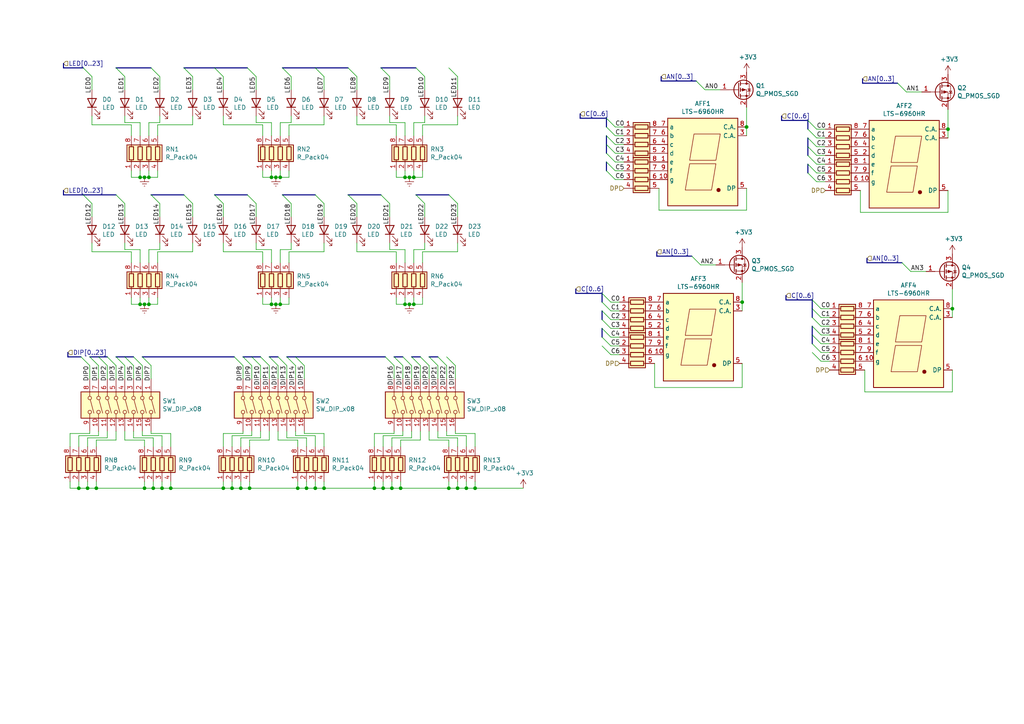
<source format=kicad_sch>
(kicad_sch (version 20200714) (host eeschema "(5.99.0-2441-g41b7c7c43)")
  (page 1 3)
  (paper "A4")
  (junction (at 22.86 141.605))
  (junction (at 25.4 141.605))
  (junction (at 27.94 141.605))
  (junction (at 40.64 51.435))
  (junction (at 40.64 88.265))
  (junction (at 41.91 51.435))
  (junction (at 41.91 88.265))
  (junction (at 41.91 141.605))
  (junction (at 43.18 51.435))
  (junction (at 43.18 88.265))
  (junction (at 44.45 141.605))
  (junction (at 46.99 141.605))
  (junction (at 49.53 141.605))
  (junction (at 64.77 141.605))
  (junction (at 67.31 141.605))
  (junction (at 69.85 141.605))
  (junction (at 72.39 141.605))
  (junction (at 78.74 51.435))
  (junction (at 78.74 88.265))
  (junction (at 80.01 51.435))
  (junction (at 80.01 88.265))
  (junction (at 81.28 51.435))
  (junction (at 81.28 88.265))
  (junction (at 86.36 141.605))
  (junction (at 88.9 141.605))
  (junction (at 91.44 141.605))
  (junction (at 93.98 141.605))
  (junction (at 108.585 141.605))
  (junction (at 111.125 141.605))
  (junction (at 113.665 141.605))
  (junction (at 116.205 141.605))
  (junction (at 117.475 51.435))
  (junction (at 117.475 88.265))
  (junction (at 118.745 51.435))
  (junction (at 118.745 88.265))
  (junction (at 120.015 51.435))
  (junction (at 120.015 88.265))
  (junction (at 130.175 141.605))
  (junction (at 132.715 141.605))
  (junction (at 135.255 141.605))
  (junction (at 137.795 141.605))
  (junction (at 215.265 87.63))
  (junction (at 216.535 36.83))
  (junction (at 274.955 37.465))
  (junction (at 276.225 89.535))
  (bus_entry (at 23.495 103.505) (size 2.54 2.54) (stroke (width 0.1524)))
  (bus_entry (at 24.13 19.685) (size 2.54 2.54) (stroke (width 0.1524)))
  (bus_entry (at 24.13 56.515) (size 2.54 2.54) (stroke (width 0.1524)))
  (bus_entry (at 26.035 103.505) (size 2.54 2.54) (stroke (width 0.1524)))
  (bus_entry (at 28.575 103.505) (size 2.54 2.54) (stroke (width 0.1524)))
  (bus_entry (at 31.115 103.505) (size 2.54 2.54) (stroke (width 0.1524)))
  (bus_entry (at 33.655 19.685) (size 2.54 2.54) (stroke (width 0.1524)))
  (bus_entry (at 33.655 56.515) (size 2.54 2.54) (stroke (width 0.1524)))
  (bus_entry (at 33.655 103.505) (size 2.54 2.54) (stroke (width 0.1524)))
  (bus_entry (at 36.195 103.505) (size 2.54 2.54) (stroke (width 0.1524)))
  (bus_entry (at 38.735 103.505) (size 2.54 2.54) (stroke (width 0.1524)))
  (bus_entry (at 41.275 103.505) (size 2.54 2.54) (stroke (width 0.1524)))
  (bus_entry (at 43.815 19.685) (size 2.54 2.54) (stroke (width 0.1524)))
  (bus_entry (at 43.815 56.515) (size 2.54 2.54) (stroke (width 0.1524)))
  (bus_entry (at 53.34 19.685) (size 2.54 2.54) (stroke (width 0.1524)))
  (bus_entry (at 53.34 56.515) (size 2.54 2.54) (stroke (width 0.1524)))
  (bus_entry (at 62.23 19.685) (size 2.54 2.54) (stroke (width 0.1524)))
  (bus_entry (at 62.23 56.515) (size 2.54 2.54) (stroke (width 0.1524)))
  (bus_entry (at 67.945 103.505) (size 2.54 2.54) (stroke (width 0.1524)))
  (bus_entry (at 70.485 103.505) (size 2.54 2.54) (stroke (width 0.1524)))
  (bus_entry (at 71.755 19.685) (size 2.54 2.54) (stroke (width 0.1524)))
  (bus_entry (at 71.755 56.515) (size 2.54 2.54) (stroke (width 0.1524)))
  (bus_entry (at 73.025 103.505) (size 2.54 2.54) (stroke (width 0.1524)))
  (bus_entry (at 75.565 103.505) (size 2.54 2.54) (stroke (width 0.1524)))
  (bus_entry (at 78.105 103.505) (size 2.54 2.54) (stroke (width 0.1524)))
  (bus_entry (at 80.645 103.505) (size 2.54 2.54) (stroke (width 0.1524)))
  (bus_entry (at 81.915 19.685) (size 2.54 2.54) (stroke (width 0.1524)))
  (bus_entry (at 81.915 56.515) (size 2.54 2.54) (stroke (width 0.1524)))
  (bus_entry (at 83.185 103.505) (size 2.54 2.54) (stroke (width 0.1524)))
  (bus_entry (at 85.725 103.505) (size 2.54 2.54) (stroke (width 0.1524)))
  (bus_entry (at 91.44 19.685) (size 2.54 2.54) (stroke (width 0.1524)))
  (bus_entry (at 91.44 56.515) (size 2.54 2.54) (stroke (width 0.1524)))
  (bus_entry (at 100.965 19.685) (size 2.54 2.54) (stroke (width 0.1524)))
  (bus_entry (at 100.965 56.515) (size 2.54 2.54) (stroke (width 0.1524)))
  (bus_entry (at 110.49 19.685) (size 2.54 2.54) (stroke (width 0.1524)))
  (bus_entry (at 110.49 56.515) (size 2.54 2.54) (stroke (width 0.1524)))
  (bus_entry (at 111.76 103.505) (size 2.54 2.54) (stroke (width 0.1524)))
  (bus_entry (at 114.3 103.505) (size 2.54 2.54) (stroke (width 0.1524)))
  (bus_entry (at 116.84 103.505) (size 2.54 2.54) (stroke (width 0.1524)))
  (bus_entry (at 119.38 103.505) (size 2.54 2.54) (stroke (width 0.1524)))
  (bus_entry (at 120.65 19.685) (size 2.54 2.54) (stroke (width 0.1524)))
  (bus_entry (at 120.65 56.515) (size 2.54 2.54) (stroke (width 0.1524)))
  (bus_entry (at 121.92 103.505) (size 2.54 2.54) (stroke (width 0.1524)))
  (bus_entry (at 124.46 103.505) (size 2.54 2.54) (stroke (width 0.1524)))
  (bus_entry (at 127 103.505) (size 2.54 2.54) (stroke (width 0.1524)))
  (bus_entry (at 129.54 103.505) (size 2.54 2.54) (stroke (width 0.1524)))
  (bus_entry (at 130.175 19.685) (size 2.54 2.54) (stroke (width 0.1524)))
  (bus_entry (at 130.175 56.515) (size 2.54 2.54) (stroke (width 0.1524)))
  (bus_entry (at 174.625 85.09) (size 2.54 2.54) (stroke (width 0.1524)))
  (bus_entry (at 174.625 87.63) (size 2.54 2.54) (stroke (width 0.1524)))
  (bus_entry (at 174.625 90.17) (size 2.54 2.54) (stroke (width 0.1524)))
  (bus_entry (at 174.625 92.71) (size 2.54 2.54) (stroke (width 0.1524)))
  (bus_entry (at 174.625 95.25) (size 2.54 2.54) (stroke (width 0.1524)))
  (bus_entry (at 174.625 97.79) (size 2.54 2.54) (stroke (width 0.1524)))
  (bus_entry (at 174.625 100.33) (size 2.54 2.54) (stroke (width 0.1524)))
  (bus_entry (at 175.895 34.29) (size 2.54 2.54) (stroke (width 0.1524)))
  (bus_entry (at 175.895 36.83) (size 2.54 2.54) (stroke (width 0.1524)))
  (bus_entry (at 175.895 39.37) (size 2.54 2.54) (stroke (width 0.1524)))
  (bus_entry (at 175.895 41.91) (size 2.54 2.54) (stroke (width 0.1524)))
  (bus_entry (at 175.895 44.45) (size 2.54 2.54) (stroke (width 0.1524)))
  (bus_entry (at 175.895 46.99) (size 2.54 2.54) (stroke (width 0.1524)))
  (bus_entry (at 175.895 49.53) (size 2.54 2.54) (stroke (width 0.1524)))
  (bus_entry (at 200.66 74.295) (size 2.54 2.54) (stroke (width 0.1524)))
  (bus_entry (at 201.93 23.495) (size 2.54 2.54) (stroke (width 0.1524)))
  (bus_entry (at 234.315 34.925) (size 2.54 2.54) (stroke (width 0.1524)))
  (bus_entry (at 234.315 37.465) (size 2.54 2.54) (stroke (width 0.1524)))
  (bus_entry (at 234.315 40.005) (size 2.54 2.54) (stroke (width 0.1524)))
  (bus_entry (at 234.315 42.545) (size 2.54 2.54) (stroke (width 0.1524)))
  (bus_entry (at 234.315 45.085) (size 2.54 2.54) (stroke (width 0.1524)))
  (bus_entry (at 234.315 47.625) (size 2.54 2.54) (stroke (width 0.1524)))
  (bus_entry (at 234.315 50.165) (size 2.54 2.54) (stroke (width 0.1524)))
  (bus_entry (at 235.585 86.995) (size 2.54 2.54) (stroke (width 0.1524)))
  (bus_entry (at 235.585 89.535) (size 2.54 2.54) (stroke (width 0.1524)))
  (bus_entry (at 235.585 92.075) (size 2.54 2.54) (stroke (width 0.1524)))
  (bus_entry (at 235.585 94.615) (size 2.54 2.54) (stroke (width 0.1524)))
  (bus_entry (at 235.585 97.155) (size 2.54 2.54) (stroke (width 0.1524)))
  (bus_entry (at 235.585 99.695) (size 2.54 2.54) (stroke (width 0.1524)))
  (bus_entry (at 235.585 102.235) (size 2.54 2.54) (stroke (width 0.1524)))
  (bus_entry (at 260.35 24.13) (size 2.54 2.54) (stroke (width 0.1524)))
  (bus_entry (at 261.62 76.2) (size 2.54 2.54) (stroke (width 0.1524)))
  (wire (pts (xy 20.32 125.73) (xy 20.32 129.54)))
  (wire (pts (xy 20.32 139.7) (xy 20.32 141.605)))
  (wire (pts (xy 20.32 141.605) (xy 22.86 141.605)))
  (wire (pts (xy 22.86 126.365) (xy 22.86 129.54)))
  (wire (pts (xy 22.86 139.7) (xy 22.86 141.605)))
  (wire (pts (xy 22.86 141.605) (xy 25.4 141.605)))
  (wire (pts (xy 25.4 127) (xy 25.4 129.54)))
  (wire (pts (xy 25.4 139.7) (xy 25.4 141.605)))
  (wire (pts (xy 25.4 141.605) (xy 27.94 141.605)))
  (wire (pts (xy 26.035 106.045) (xy 26.035 109.855)))
  (wire (pts (xy 26.035 125.095) (xy 26.035 125.73)))
  (wire (pts (xy 26.035 125.73) (xy 20.32 125.73)))
  (wire (pts (xy 26.67 22.225) (xy 26.67 26.035)))
  (wire (pts (xy 26.67 33.655) (xy 26.67 36.195)))
  (wire (pts (xy 26.67 36.195) (xy 38.1 36.195)))
  (wire (pts (xy 26.67 59.055) (xy 26.67 62.865)))
  (wire (pts (xy 26.67 70.485) (xy 26.67 73.025)))
  (wire (pts (xy 26.67 73.025) (xy 38.1 73.025)))
  (wire (pts (xy 27.94 127.635) (xy 27.94 129.54)))
  (wire (pts (xy 27.94 141.605) (xy 27.94 139.7)))
  (wire (pts (xy 27.94 141.605) (xy 41.91 141.605)))
  (wire (pts (xy 28.575 106.045) (xy 28.575 109.855)))
  (wire (pts (xy 28.575 125.095) (xy 28.575 126.365)))
  (wire (pts (xy 28.575 126.365) (xy 22.86 126.365)))
  (wire (pts (xy 31.115 106.045) (xy 31.115 109.855)))
  (wire (pts (xy 31.115 125.095) (xy 31.115 127)))
  (wire (pts (xy 31.115 127) (xy 25.4 127)))
  (wire (pts (xy 33.655 106.045) (xy 33.655 109.855)))
  (wire (pts (xy 33.655 125.095) (xy 33.655 127.635)))
  (wire (pts (xy 33.655 127.635) (xy 27.94 127.635)))
  (wire (pts (xy 36.195 22.225) (xy 36.195 26.035)))
  (wire (pts (xy 36.195 33.655) (xy 36.195 35.56)))
  (wire (pts (xy 36.195 35.56) (xy 40.64 35.56)))
  (wire (pts (xy 36.195 59.055) (xy 36.195 62.865)))
  (wire (pts (xy 36.195 70.485) (xy 36.195 72.39)))
  (wire (pts (xy 36.195 72.39) (xy 40.64 72.39)))
  (wire (pts (xy 36.195 106.045) (xy 36.195 109.855)))
  (wire (pts (xy 36.195 125.095) (xy 36.195 127.635)))
  (wire (pts (xy 36.195 127.635) (xy 41.91 127.635)))
  (wire (pts (xy 38.1 36.195) (xy 38.1 39.37)))
  (wire (pts (xy 38.1 49.53) (xy 38.1 51.435)))
  (wire (pts (xy 38.1 51.435) (xy 40.64 51.435)))
  (wire (pts (xy 38.1 73.025) (xy 38.1 76.2)))
  (wire (pts (xy 38.1 86.36) (xy 38.1 88.265)))
  (wire (pts (xy 38.1 88.265) (xy 40.64 88.265)))
  (wire (pts (xy 38.735 106.045) (xy 38.735 109.855)))
  (wire (pts (xy 38.735 125.095) (xy 38.735 127)))
  (wire (pts (xy 38.735 127) (xy 44.45 127)))
  (wire (pts (xy 40.64 35.56) (xy 40.64 39.37)))
  (wire (pts (xy 40.64 49.53) (xy 40.64 51.435)))
  (wire (pts (xy 40.64 51.435) (xy 41.91 51.435)))
  (wire (pts (xy 40.64 72.39) (xy 40.64 76.2)))
  (wire (pts (xy 40.64 86.36) (xy 40.64 88.265)))
  (wire (pts (xy 40.64 88.265) (xy 41.91 88.265)))
  (wire (pts (xy 41.275 106.045) (xy 41.275 109.855)))
  (wire (pts (xy 41.275 125.095) (xy 41.275 126.365)))
  (wire (pts (xy 41.275 126.365) (xy 46.99 126.365)))
  (wire (pts (xy 41.91 51.435) (xy 43.18 51.435)))
  (wire (pts (xy 41.91 88.265) (xy 43.18 88.265)))
  (wire (pts (xy 41.91 127.635) (xy 41.91 129.54)))
  (wire (pts (xy 41.91 139.7) (xy 41.91 141.605)))
  (wire (pts (xy 41.91 141.605) (xy 44.45 141.605)))
  (wire (pts (xy 43.18 35.56) (xy 43.18 39.37)))
  (wire (pts (xy 43.18 49.53) (xy 43.18 51.435)))
  (wire (pts (xy 43.18 51.435) (xy 45.72 51.435)))
  (wire (pts (xy 43.18 72.39) (xy 43.18 76.2)))
  (wire (pts (xy 43.18 86.36) (xy 43.18 88.265)))
  (wire (pts (xy 43.18 88.265) (xy 45.72 88.265)))
  (wire (pts (xy 43.815 106.045) (xy 43.815 109.855)))
  (wire (pts (xy 43.815 125.095) (xy 43.815 125.73)))
  (wire (pts (xy 43.815 125.73) (xy 49.53 125.73)))
  (wire (pts (xy 44.45 127) (xy 44.45 129.54)))
  (wire (pts (xy 44.45 139.7) (xy 44.45 141.605)))
  (wire (pts (xy 44.45 141.605) (xy 46.99 141.605)))
  (wire (pts (xy 45.72 36.195) (xy 55.88 36.195)))
  (wire (pts (xy 45.72 39.37) (xy 45.72 36.195)))
  (wire (pts (xy 45.72 51.435) (xy 45.72 49.53)))
  (wire (pts (xy 45.72 73.025) (xy 55.88 73.025)))
  (wire (pts (xy 45.72 76.2) (xy 45.72 73.025)))
  (wire (pts (xy 45.72 88.265) (xy 45.72 86.36)))
  (wire (pts (xy 46.355 22.225) (xy 46.355 26.035)))
  (wire (pts (xy 46.355 33.655) (xy 46.355 35.56)))
  (wire (pts (xy 46.355 35.56) (xy 43.18 35.56)))
  (wire (pts (xy 46.355 59.055) (xy 46.355 62.865)))
  (wire (pts (xy 46.355 70.485) (xy 46.355 72.39)))
  (wire (pts (xy 46.355 72.39) (xy 43.18 72.39)))
  (wire (pts (xy 46.99 126.365) (xy 46.99 129.54)))
  (wire (pts (xy 46.99 139.7) (xy 46.99 141.605)))
  (wire (pts (xy 46.99 141.605) (xy 49.53 141.605)))
  (wire (pts (xy 49.53 125.73) (xy 49.53 129.54)))
  (wire (pts (xy 49.53 141.605) (xy 49.53 139.7)))
  (wire (pts (xy 49.53 141.605) (xy 64.77 141.605)))
  (wire (pts (xy 55.88 22.225) (xy 55.88 26.035)))
  (wire (pts (xy 55.88 36.195) (xy 55.88 33.655)))
  (wire (pts (xy 55.88 59.055) (xy 55.88 62.865)))
  (wire (pts (xy 55.88 73.025) (xy 55.88 70.485)))
  (wire (pts (xy 64.77 22.225) (xy 64.77 26.035)))
  (wire (pts (xy 64.77 33.655) (xy 64.77 36.195)))
  (wire (pts (xy 64.77 36.195) (xy 76.2 36.195)))
  (wire (pts (xy 64.77 59.055) (xy 64.77 62.865)))
  (wire (pts (xy 64.77 70.485) (xy 64.77 73.025)))
  (wire (pts (xy 64.77 73.025) (xy 76.2 73.025)))
  (wire (pts (xy 64.77 125.73) (xy 64.77 129.54)))
  (wire (pts (xy 64.77 139.7) (xy 64.77 141.605)))
  (wire (pts (xy 64.77 141.605) (xy 67.31 141.605)))
  (wire (pts (xy 67.31 126.365) (xy 67.31 129.54)))
  (wire (pts (xy 67.31 139.7) (xy 67.31 141.605)))
  (wire (pts (xy 67.31 141.605) (xy 69.85 141.605)))
  (wire (pts (xy 69.85 127) (xy 69.85 129.54)))
  (wire (pts (xy 69.85 139.7) (xy 69.85 141.605)))
  (wire (pts (xy 69.85 141.605) (xy 72.39 141.605)))
  (wire (pts (xy 70.485 106.045) (xy 70.485 109.855)))
  (wire (pts (xy 70.485 125.095) (xy 70.485 125.73)))
  (wire (pts (xy 70.485 125.73) (xy 64.77 125.73)))
  (wire (pts (xy 72.39 127.635) (xy 72.39 129.54)))
  (wire (pts (xy 72.39 141.605) (xy 72.39 139.7)))
  (wire (pts (xy 72.39 141.605) (xy 86.36 141.605)))
  (wire (pts (xy 73.025 106.045) (xy 73.025 109.855)))
  (wire (pts (xy 73.025 125.095) (xy 73.025 126.365)))
  (wire (pts (xy 73.025 126.365) (xy 67.31 126.365)))
  (wire (pts (xy 74.295 22.225) (xy 74.295 26.035)))
  (wire (pts (xy 74.295 33.655) (xy 74.295 35.56)))
  (wire (pts (xy 74.295 35.56) (xy 78.74 35.56)))
  (wire (pts (xy 74.295 59.055) (xy 74.295 62.865)))
  (wire (pts (xy 74.295 70.485) (xy 74.295 72.39)))
  (wire (pts (xy 74.295 72.39) (xy 78.74 72.39)))
  (wire (pts (xy 75.565 106.045) (xy 75.565 109.855)))
  (wire (pts (xy 75.565 125.095) (xy 75.565 127)))
  (wire (pts (xy 75.565 127) (xy 69.85 127)))
  (wire (pts (xy 76.2 36.195) (xy 76.2 39.37)))
  (wire (pts (xy 76.2 49.53) (xy 76.2 51.435)))
  (wire (pts (xy 76.2 51.435) (xy 78.74 51.435)))
  (wire (pts (xy 76.2 73.025) (xy 76.2 76.2)))
  (wire (pts (xy 76.2 86.36) (xy 76.2 88.265)))
  (wire (pts (xy 76.2 88.265) (xy 78.74 88.265)))
  (wire (pts (xy 78.105 106.045) (xy 78.105 109.855)))
  (wire (pts (xy 78.105 125.095) (xy 78.105 127.635)))
  (wire (pts (xy 78.105 127.635) (xy 72.39 127.635)))
  (wire (pts (xy 78.74 35.56) (xy 78.74 39.37)))
  (wire (pts (xy 78.74 49.53) (xy 78.74 51.435)))
  (wire (pts (xy 78.74 51.435) (xy 80.01 51.435)))
  (wire (pts (xy 78.74 72.39) (xy 78.74 76.2)))
  (wire (pts (xy 78.74 86.36) (xy 78.74 88.265)))
  (wire (pts (xy 78.74 88.265) (xy 80.01 88.265)))
  (wire (pts (xy 80.01 51.435) (xy 81.28 51.435)))
  (wire (pts (xy 80.01 88.265) (xy 81.28 88.265)))
  (wire (pts (xy 80.645 106.045) (xy 80.645 109.855)))
  (wire (pts (xy 80.645 125.095) (xy 80.645 127.635)))
  (wire (pts (xy 80.645 127.635) (xy 86.36 127.635)))
  (wire (pts (xy 81.28 35.56) (xy 81.28 39.37)))
  (wire (pts (xy 81.28 49.53) (xy 81.28 51.435)))
  (wire (pts (xy 81.28 51.435) (xy 83.82 51.435)))
  (wire (pts (xy 81.28 72.39) (xy 81.28 76.2)))
  (wire (pts (xy 81.28 86.36) (xy 81.28 88.265)))
  (wire (pts (xy 81.28 88.265) (xy 83.82 88.265)))
  (wire (pts (xy 83.185 106.045) (xy 83.185 109.855)))
  (wire (pts (xy 83.185 125.095) (xy 83.185 127)))
  (wire (pts (xy 83.185 127) (xy 88.9 127)))
  (wire (pts (xy 83.82 36.195) (xy 93.98 36.195)))
  (wire (pts (xy 83.82 39.37) (xy 83.82 36.195)))
  (wire (pts (xy 83.82 51.435) (xy 83.82 49.53)))
  (wire (pts (xy 83.82 73.025) (xy 93.98 73.025)))
  (wire (pts (xy 83.82 76.2) (xy 83.82 73.025)))
  (wire (pts (xy 83.82 88.265) (xy 83.82 86.36)))
  (wire (pts (xy 84.455 22.225) (xy 84.455 26.035)))
  (wire (pts (xy 84.455 33.655) (xy 84.455 35.56)))
  (wire (pts (xy 84.455 35.56) (xy 81.28 35.56)))
  (wire (pts (xy 84.455 59.055) (xy 84.455 62.865)))
  (wire (pts (xy 84.455 70.485) (xy 84.455 72.39)))
  (wire (pts (xy 84.455 72.39) (xy 81.28 72.39)))
  (wire (pts (xy 85.725 106.045) (xy 85.725 109.855)))
  (wire (pts (xy 85.725 125.095) (xy 85.725 126.365)))
  (wire (pts (xy 85.725 126.365) (xy 91.44 126.365)))
  (wire (pts (xy 86.36 127.635) (xy 86.36 129.54)))
  (wire (pts (xy 86.36 139.7) (xy 86.36 141.605)))
  (wire (pts (xy 86.36 141.605) (xy 88.9 141.605)))
  (wire (pts (xy 88.265 106.045) (xy 88.265 109.855)))
  (wire (pts (xy 88.265 125.095) (xy 88.265 125.73)))
  (wire (pts (xy 88.265 125.73) (xy 93.98 125.73)))
  (wire (pts (xy 88.9 127) (xy 88.9 129.54)))
  (wire (pts (xy 88.9 139.7) (xy 88.9 141.605)))
  (wire (pts (xy 88.9 141.605) (xy 91.44 141.605)))
  (wire (pts (xy 91.44 126.365) (xy 91.44 129.54)))
  (wire (pts (xy 91.44 139.7) (xy 91.44 141.605)))
  (wire (pts (xy 91.44 141.605) (xy 93.98 141.605)))
  (wire (pts (xy 93.98 22.225) (xy 93.98 26.035)))
  (wire (pts (xy 93.98 36.195) (xy 93.98 33.655)))
  (wire (pts (xy 93.98 59.055) (xy 93.98 62.865)))
  (wire (pts (xy 93.98 70.485) (xy 93.98 73.025)))
  (wire (pts (xy 93.98 125.73) (xy 93.98 129.54)))
  (wire (pts (xy 93.98 141.605) (xy 93.98 139.7)))
  (wire (pts (xy 93.98 141.605) (xy 108.585 141.605)))
  (wire (pts (xy 103.505 22.225) (xy 103.505 26.035)))
  (wire (pts (xy 103.505 33.655) (xy 103.505 36.195)))
  (wire (pts (xy 103.505 36.195) (xy 114.935 36.195)))
  (wire (pts (xy 103.505 59.055) (xy 103.505 62.865)))
  (wire (pts (xy 103.505 70.485) (xy 103.505 73.025)))
  (wire (pts (xy 103.505 73.025) (xy 114.935 73.025)))
  (wire (pts (xy 108.585 125.73) (xy 108.585 129.54)))
  (wire (pts (xy 108.585 139.7) (xy 108.585 141.605)))
  (wire (pts (xy 108.585 141.605) (xy 111.125 141.605)))
  (wire (pts (xy 111.125 126.365) (xy 111.125 129.54)))
  (wire (pts (xy 111.125 139.7) (xy 111.125 141.605)))
  (wire (pts (xy 111.125 141.605) (xy 113.665 141.605)))
  (wire (pts (xy 113.03 22.225) (xy 113.03 26.035)))
  (wire (pts (xy 113.03 33.655) (xy 113.03 35.56)))
  (wire (pts (xy 113.03 35.56) (xy 117.475 35.56)))
  (wire (pts (xy 113.03 59.055) (xy 113.03 62.865)))
  (wire (pts (xy 113.03 70.485) (xy 113.03 72.39)))
  (wire (pts (xy 113.03 72.39) (xy 117.475 72.39)))
  (wire (pts (xy 113.665 127) (xy 113.665 129.54)))
  (wire (pts (xy 113.665 139.7) (xy 113.665 141.605)))
  (wire (pts (xy 113.665 141.605) (xy 116.205 141.605)))
  (wire (pts (xy 114.3 106.045) (xy 114.3 109.855)))
  (wire (pts (xy 114.3 125.095) (xy 114.3 125.73)))
  (wire (pts (xy 114.3 125.73) (xy 108.585 125.73)))
  (wire (pts (xy 114.935 36.195) (xy 114.935 39.37)))
  (wire (pts (xy 114.935 49.53) (xy 114.935 51.435)))
  (wire (pts (xy 114.935 51.435) (xy 117.475 51.435)))
  (wire (pts (xy 114.935 73.025) (xy 114.935 76.2)))
  (wire (pts (xy 114.935 86.36) (xy 114.935 88.265)))
  (wire (pts (xy 114.935 88.265) (xy 117.475 88.265)))
  (wire (pts (xy 116.205 127.635) (xy 116.205 129.54)))
  (wire (pts (xy 116.205 141.605) (xy 116.205 139.7)))
  (wire (pts (xy 116.205 141.605) (xy 130.175 141.605)))
  (wire (pts (xy 116.84 106.045) (xy 116.84 109.855)))
  (wire (pts (xy 116.84 125.095) (xy 116.84 126.365)))
  (wire (pts (xy 116.84 126.365) (xy 111.125 126.365)))
  (wire (pts (xy 117.475 35.56) (xy 117.475 39.37)))
  (wire (pts (xy 117.475 49.53) (xy 117.475 51.435)))
  (wire (pts (xy 117.475 51.435) (xy 118.745 51.435)))
  (wire (pts (xy 117.475 72.39) (xy 117.475 76.2)))
  (wire (pts (xy 117.475 86.36) (xy 117.475 88.265)))
  (wire (pts (xy 117.475 88.265) (xy 118.745 88.265)))
  (wire (pts (xy 118.745 51.435) (xy 120.015 51.435)))
  (wire (pts (xy 118.745 88.265) (xy 120.015 88.265)))
  (wire (pts (xy 119.38 106.045) (xy 119.38 109.855)))
  (wire (pts (xy 119.38 125.095) (xy 119.38 127)))
  (wire (pts (xy 119.38 127) (xy 113.665 127)))
  (wire (pts (xy 120.015 35.56) (xy 120.015 39.37)))
  (wire (pts (xy 120.015 49.53) (xy 120.015 51.435)))
  (wire (pts (xy 120.015 51.435) (xy 122.555 51.435)))
  (wire (pts (xy 120.015 72.39) (xy 120.015 76.2)))
  (wire (pts (xy 120.015 86.36) (xy 120.015 88.265)))
  (wire (pts (xy 120.015 88.265) (xy 122.555 88.265)))
  (wire (pts (xy 121.92 106.045) (xy 121.92 109.855)))
  (wire (pts (xy 121.92 125.095) (xy 121.92 127.635)))
  (wire (pts (xy 121.92 127.635) (xy 116.205 127.635)))
  (wire (pts (xy 122.555 36.195) (xy 132.715 36.195)))
  (wire (pts (xy 122.555 39.37) (xy 122.555 36.195)))
  (wire (pts (xy 122.555 51.435) (xy 122.555 49.53)))
  (wire (pts (xy 122.555 73.025) (xy 132.715 73.025)))
  (wire (pts (xy 122.555 76.2) (xy 122.555 73.025)))
  (wire (pts (xy 122.555 88.265) (xy 122.555 86.36)))
  (wire (pts (xy 123.19 22.225) (xy 123.19 26.035)))
  (wire (pts (xy 123.19 33.655) (xy 123.19 35.56)))
  (wire (pts (xy 123.19 35.56) (xy 120.015 35.56)))
  (wire (pts (xy 123.19 59.055) (xy 123.19 62.865)))
  (wire (pts (xy 123.19 70.485) (xy 123.19 72.39)))
  (wire (pts (xy 123.19 72.39) (xy 120.015 72.39)))
  (wire (pts (xy 124.46 106.045) (xy 124.46 109.855)))
  (wire (pts (xy 124.46 125.095) (xy 124.46 127.635)))
  (wire (pts (xy 124.46 127.635) (xy 130.175 127.635)))
  (wire (pts (xy 127 106.045) (xy 127 109.855)))
  (wire (pts (xy 127 125.095) (xy 127 127)))
  (wire (pts (xy 127 127) (xy 132.715 127)))
  (wire (pts (xy 129.54 106.045) (xy 129.54 109.855)))
  (wire (pts (xy 129.54 125.095) (xy 129.54 126.365)))
  (wire (pts (xy 129.54 126.365) (xy 135.255 126.365)))
  (wire (pts (xy 130.175 127.635) (xy 130.175 129.54)))
  (wire (pts (xy 130.175 139.7) (xy 130.175 141.605)))
  (wire (pts (xy 130.175 141.605) (xy 132.715 141.605)))
  (wire (pts (xy 132.08 106.045) (xy 132.08 109.855)))
  (wire (pts (xy 132.08 125.095) (xy 132.08 125.73)))
  (wire (pts (xy 132.08 125.73) (xy 137.795 125.73)))
  (wire (pts (xy 132.715 22.225) (xy 132.715 26.035)))
  (wire (pts (xy 132.715 36.195) (xy 132.715 33.655)))
  (wire (pts (xy 132.715 59.055) (xy 132.715 62.865)))
  (wire (pts (xy 132.715 73.025) (xy 132.715 70.485)))
  (wire (pts (xy 132.715 127) (xy 132.715 129.54)))
  (wire (pts (xy 132.715 139.7) (xy 132.715 141.605)))
  (wire (pts (xy 132.715 141.605) (xy 135.255 141.605)))
  (wire (pts (xy 135.255 126.365) (xy 135.255 129.54)))
  (wire (pts (xy 135.255 139.7) (xy 135.255 141.605)))
  (wire (pts (xy 135.255 141.605) (xy 137.795 141.605)))
  (wire (pts (xy 137.795 125.73) (xy 137.795 129.54)))
  (wire (pts (xy 137.795 141.605) (xy 137.795 139.7)))
  (wire (pts (xy 151.765 141.605) (xy 137.795 141.605)))
  (wire (pts (xy 179.705 87.63) (xy 177.165 87.63)))
  (wire (pts (xy 179.705 90.17) (xy 177.165 90.17)))
  (wire (pts (xy 179.705 92.71) (xy 177.165 92.71)))
  (wire (pts (xy 179.705 95.25) (xy 177.165 95.25)))
  (wire (pts (xy 179.705 97.79) (xy 177.165 97.79)))
  (wire (pts (xy 179.705 100.33) (xy 177.165 100.33)))
  (wire (pts (xy 179.705 102.87) (xy 177.165 102.87)))
  (wire (pts (xy 180.975 36.83) (xy 178.435 36.83)))
  (wire (pts (xy 180.975 39.37) (xy 178.435 39.37)))
  (wire (pts (xy 180.975 41.91) (xy 178.435 41.91)))
  (wire (pts (xy 180.975 44.45) (xy 178.435 44.45)))
  (wire (pts (xy 180.975 46.99) (xy 178.435 46.99)))
  (wire (pts (xy 180.975 49.53) (xy 178.435 49.53)))
  (wire (pts (xy 180.975 52.07) (xy 178.435 52.07)))
  (wire (pts (xy 189.865 105.41) (xy 189.865 112.395)))
  (wire (pts (xy 189.865 112.395) (xy 215.265 112.395)))
  (wire (pts (xy 191.135 54.61) (xy 191.135 60.96)))
  (wire (pts (xy 191.135 60.96) (xy 216.535 60.96)))
  (wire (pts (xy 207.645 76.835) (xy 203.2 76.835)))
  (wire (pts (xy 208.915 26.035) (xy 204.47 26.035)))
  (wire (pts (xy 215.265 81.915) (xy 215.265 87.63)))
  (wire (pts (xy 215.265 87.63) (xy 215.265 90.17)))
  (wire (pts (xy 215.265 112.395) (xy 215.265 105.41)))
  (wire (pts (xy 216.535 31.115) (xy 216.535 36.83)))
  (wire (pts (xy 216.535 36.83) (xy 216.535 39.37)))
  (wire (pts (xy 216.535 60.96) (xy 216.535 54.61)))
  (wire (pts (xy 239.395 37.465) (xy 236.855 37.465)))
  (wire (pts (xy 239.395 40.005) (xy 236.855 40.005)))
  (wire (pts (xy 239.395 42.545) (xy 236.855 42.545)))
  (wire (pts (xy 239.395 45.085) (xy 236.855 45.085)))
  (wire (pts (xy 239.395 47.625) (xy 236.855 47.625)))
  (wire (pts (xy 239.395 50.165) (xy 236.855 50.165)))
  (wire (pts (xy 239.395 52.705) (xy 236.855 52.705)))
  (wire (pts (xy 240.665 89.535) (xy 238.125 89.535)))
  (wire (pts (xy 240.665 92.075) (xy 238.125 92.075)))
  (wire (pts (xy 240.665 94.615) (xy 238.125 94.615)))
  (wire (pts (xy 240.665 97.155) (xy 238.125 97.155)))
  (wire (pts (xy 240.665 99.695) (xy 238.125 99.695)))
  (wire (pts (xy 240.665 102.235) (xy 238.125 102.235)))
  (wire (pts (xy 240.665 104.775) (xy 238.125 104.775)))
  (wire (pts (xy 249.555 55.245) (xy 249.555 61.595)))
  (wire (pts (xy 249.555 61.595) (xy 274.955 61.595)))
  (wire (pts (xy 250.825 107.315) (xy 250.825 113.665)))
  (wire (pts (xy 250.825 113.665) (xy 276.225 113.665)))
  (wire (pts (xy 267.335 26.67) (xy 262.89 26.67)))
  (wire (pts (xy 268.605 78.74) (xy 264.16 78.74)))
  (wire (pts (xy 274.955 31.75) (xy 274.955 37.465)))
  (wire (pts (xy 274.955 37.465) (xy 274.955 40.005)))
  (wire (pts (xy 274.955 61.595) (xy 274.955 55.245)))
  (wire (pts (xy 276.225 83.82) (xy 276.225 89.535)))
  (wire (pts (xy 276.225 89.535) (xy 276.225 92.075)))
  (wire (pts (xy 276.225 113.665) (xy 276.225 107.315)))
  (bus (pts (xy 18.415 18.415) (xy 18.415 19.685)))
  (bus (pts (xy 18.415 19.685) (xy 33.655 19.685)))
  (bus (pts (xy 18.415 55.245) (xy 18.415 56.515)))
  (bus (pts (xy 18.415 56.515) (xy 24.13 56.515)))
  (bus (pts (xy 19.685 102.235) (xy 19.685 103.505)))
  (bus (pts (xy 19.685 103.505) (xy 26.035 103.505)))
  (bus (pts (xy 24.13 56.515) (xy 43.815 56.515)))
  (bus (pts (xy 26.035 103.505) (xy 28.575 103.505)))
  (bus (pts (xy 28.575 103.505) (xy 33.655 103.505)))
  (bus (pts (xy 33.655 19.685) (xy 53.34 19.685)))
  (bus (pts (xy 33.655 103.505) (xy 36.195 103.505)))
  (bus (pts (xy 36.195 103.505) (xy 41.275 103.505)))
  (bus (pts (xy 41.275 103.505) (xy 70.485 103.505)))
  (bus (pts (xy 43.815 56.515) (xy 62.23 56.515)))
  (bus (pts (xy 53.34 19.685) (xy 62.23 19.685)))
  (bus (pts (xy 62.23 19.685) (xy 81.915 19.685)))
  (bus (pts (xy 62.23 56.515) (xy 81.915 56.515)))
  (bus (pts (xy 70.485 103.505) (xy 73.025 103.505)))
  (bus (pts (xy 73.025 103.505) (xy 78.105 103.505)))
  (bus (pts (xy 78.105 103.505) (xy 83.185 103.505)))
  (bus (pts (xy 81.915 19.685) (xy 91.44 19.685)))
  (bus (pts (xy 81.915 56.515) (xy 100.965 56.515)))
  (bus (pts (xy 83.185 103.505) (xy 85.725 103.505)))
  (bus (pts (xy 85.725 103.505) (xy 114.3 103.505)))
  (bus (pts (xy 91.44 19.685) (xy 110.49 19.685)))
  (bus (pts (xy 100.965 56.515) (xy 120.65 56.515)))
  (bus (pts (xy 110.49 19.685) (xy 130.175 19.685)))
  (bus (pts (xy 114.3 103.505) (xy 119.38 103.505)))
  (bus (pts (xy 119.38 103.505) (xy 124.46 103.505)))
  (bus (pts (xy 120.65 56.515) (xy 130.175 56.515)))
  (bus (pts (xy 124.46 103.505) (xy 129.54 103.505)))
  (bus (pts (xy 167.005 83.82) (xy 167.005 85.09)))
  (bus (pts (xy 168.275 33.02) (xy 168.275 34.29)))
  (bus (pts (xy 174.625 85.09) (xy 167.005 85.09)))
  (bus (pts (xy 174.625 85.09) (xy 174.625 90.17)))
  (bus (pts (xy 174.625 90.17) (xy 174.625 95.25)))
  (bus (pts (xy 174.625 95.25) (xy 174.625 100.33)))
  (bus (pts (xy 175.895 34.29) (xy 168.275 34.29)))
  (bus (pts (xy 175.895 34.29) (xy 175.895 39.37)))
  (bus (pts (xy 175.895 39.37) (xy 175.895 41.91)))
  (bus (pts (xy 175.895 41.91) (xy 175.895 46.99)))
  (bus (pts (xy 175.895 46.99) (xy 175.895 49.53)))
  (bus (pts (xy 190.5 74.295) (xy 190.5 73.025)))
  (bus (pts (xy 191.77 23.495) (xy 191.77 22.225)))
  (bus (pts (xy 200.66 74.295) (xy 190.5 74.295)))
  (bus (pts (xy 201.93 23.495) (xy 191.77 23.495)))
  (bus (pts (xy 226.695 33.655) (xy 226.695 34.925)))
  (bus (pts (xy 227.965 85.725) (xy 227.965 86.995)))
  (bus (pts (xy 234.315 34.925) (xy 226.695 34.925)))
  (bus (pts (xy 234.315 34.925) (xy 234.315 40.005)))
  (bus (pts (xy 234.315 40.005) (xy 234.315 42.545)))
  (bus (pts (xy 234.315 42.545) (xy 234.315 47.625)))
  (bus (pts (xy 234.315 47.625) (xy 234.315 50.165)))
  (bus (pts (xy 235.585 86.995) (xy 227.965 86.995)))
  (bus (pts (xy 235.585 86.995) (xy 235.585 89.535)))
  (bus (pts (xy 235.585 89.535) (xy 235.585 94.615)))
  (bus (pts (xy 235.585 94.615) (xy 235.585 97.155)))
  (bus (pts (xy 235.585 97.155) (xy 235.585 102.235)))
  (bus (pts (xy 250.19 24.13) (xy 250.19 22.86)))
  (bus (pts (xy 251.46 76.2) (xy 251.46 74.93)))
  (bus (pts (xy 260.35 24.13) (xy 250.19 24.13)))
  (bus (pts (xy 261.62 76.2) (xy 251.46 76.2)))
  (label "DIP0" (at 26.035 106.045 270))
  (label "LED0" (at 26.67 22.225 270))
  (label "LED12" (at 26.67 59.055 270))
  (label "DIP1" (at 28.575 106.045 270))
  (label "DIP2" (at 31.115 106.045 270))
  (label "DIP3" (at 33.655 106.045 270))
  (label "LED1" (at 36.195 22.225 270))
  (label "LED13" (at 36.195 59.055 270))
  (label "DIP4" (at 36.195 106.045 270))
  (label "DIP5" (at 38.735 106.045 270))
  (label "DIP6" (at 41.275 106.045 270))
  (label "DIP7" (at 43.815 106.045 270))
  (label "LED2" (at 46.355 22.225 270))
  (label "LED14" (at 46.355 59.055 270))
  (label "LED3" (at 55.88 22.225 270))
  (label "LED15" (at 55.88 59.055 270))
  (label "LED4" (at 64.77 22.225 270))
  (label "LED16" (at 64.77 59.055 270))
  (label "DIP8" (at 70.485 106.045 270))
  (label "DIP9" (at 73.025 106.045 270))
  (label "LED5" (at 74.295 22.225 270))
  (label "LED17" (at 74.295 59.055 270))
  (label "DIP10" (at 75.565 106.045 270))
  (label "DIP11" (at 78.105 106.045 270))
  (label "DIP12" (at 80.645 106.045 270))
  (label "DIP13" (at 83.185 106.045 270))
  (label "LED6" (at 84.455 22.225 270))
  (label "LED18" (at 84.455 59.055 270))
  (label "DIP14" (at 85.725 106.045 270))
  (label "DIP15" (at 88.265 106.045 270))
  (label "LED7" (at 93.98 22.225 270))
  (label "LED19" (at 93.98 59.055 270))
  (label "LED8" (at 103.505 22.225 270))
  (label "LED20" (at 103.505 59.055 270))
  (label "LED9" (at 113.03 22.225 270))
  (label "LED21" (at 113.03 59.055 270))
  (label "DIP16" (at 114.3 106.045 270))
  (label "DIP17" (at 116.84 106.045 270))
  (label "DIP18" (at 119.38 106.045 270))
  (label "DIP19" (at 121.92 106.045 270))
  (label "LED10" (at 123.19 22.225 270))
  (label "LED22" (at 123.19 59.055 270))
  (label "DIP20" (at 124.46 106.045 270))
  (label "DIP21" (at 127 106.045 270))
  (label "DIP22" (at 129.54 106.045 270))
  (label "DIP23" (at 132.08 106.045 270))
  (label "LED11" (at 132.715 22.225 270))
  (label "LED23" (at 132.715 59.055 270))
  (label "C0" (at 177.165 87.63 0))
  (label "C1" (at 177.165 90.17 0))
  (label "C2" (at 177.165 92.71 0))
  (label "C3" (at 177.165 95.25 0))
  (label "C4" (at 177.165 97.79 0))
  (label "C5" (at 177.165 100.33 0))
  (label "C6" (at 177.165 102.87 0))
  (label "C0" (at 178.435 36.83 0))
  (label "C1" (at 178.435 39.37 0))
  (label "C2" (at 178.435 41.91 0))
  (label "C3" (at 178.435 44.45 0))
  (label "C4" (at 178.435 46.99 0))
  (label "C5" (at 178.435 49.53 0))
  (label "C6" (at 178.435 52.07 0))
  (label "AN2" (at 203.2 76.835 0))
  (label "AN0" (at 204.47 26.035 0))
  (label "C0" (at 236.855 37.465 0))
  (label "C1" (at 236.855 40.005 0))
  (label "C2" (at 236.855 42.545 0))
  (label "C3" (at 236.855 45.085 0))
  (label "C4" (at 236.855 47.625 0))
  (label "C5" (at 236.855 50.165 0))
  (label "C6" (at 236.855 52.705 0))
  (label "C0" (at 238.125 89.535 0))
  (label "C1" (at 238.125 92.075 0))
  (label "C2" (at 238.125 94.615 0))
  (label "C3" (at 238.125 97.155 0))
  (label "C4" (at 238.125 99.695 0))
  (label "C5" (at 238.125 102.235 0))
  (label "C6" (at 238.125 104.775 0))
  (label "AN1" (at 262.89 26.67 0))
  (label "AN3" (at 264.16 78.74 0))
  (hierarchical_label "LED[0..23]" (shape input) (at 18.415 18.415 0))
  (hierarchical_label "LED[0..23]" (shape input) (at 18.415 55.245 0))
  (hierarchical_label "DIP[0..23]" (shape input) (at 19.685 102.235 0))
  (hierarchical_label "C[0..6]" (shape input) (at 167.005 83.82 0))
  (hierarchical_label "C[0..6]" (shape input) (at 168.275 33.02 0))
  (hierarchical_label "DP" (shape input) (at 179.705 105.41 180))
  (hierarchical_label "DP" (shape input) (at 180.975 54.61 180))
  (hierarchical_label "AN[0..3]" (shape input) (at 190.5 73.025 0))
  (hierarchical_label "AN[0..3]" (shape input) (at 191.77 22.225 0))
  (hierarchical_label "C[0..6]" (shape input) (at 226.695 33.655 0))
  (hierarchical_label "C[0..6]" (shape input) (at 227.965 85.725 0))
  (hierarchical_label "DP" (shape input) (at 239.395 55.245 180))
  (hierarchical_label "DP" (shape input) (at 240.665 107.315 180))
  (hierarchical_label "AN[0..3]" (shape input) (at 250.19 22.86 0))
  (hierarchical_label "AN[0..3]" (shape input) (at 251.46 74.93 0))
  (symbol (lib_id "power:+3V3") (at 151.765 141.605 0) (unit 1)
    (property "Reference" "#PWR049" (effects hide))
    (property "Value" "+3V3" (at 152.146 137.2108 0))
  )
  (symbol (lib_id "power:+3V3") (at 215.265 71.755 0) (unit 1)
    (property "Reference" "#PWR047" (effects hide))
    (property "Value" "+3V3" (at 215.646 67.3608 0))
  )
  (symbol (lib_id "power:+3V3") (at 216.535 20.955 0) (unit 1)
    (property "Reference" "#PWR045" (effects hide))
    (property "Value" "+3V3" (at 216.916 16.5608 0))
  )
  (symbol (lib_id "power:+3V3") (at 274.955 21.59 0) (unit 1)
    (property "Reference" "#PWR046" (effects hide))
    (property "Value" "+3V3" (at 275.336 17.1958 0))
  )
  (symbol (lib_id "power:+3V3") (at 276.225 73.66 0) (unit 1)
    (property "Reference" "#PWR048" (effects hide))
    (property "Value" "+3V3" (at 276.606 69.2658 0))
  )
  (symbol (lib_id "power:GNDREF") (at 41.91 51.435 0) (unit 1)
    (property "Reference" "#PWR039" (effects hide))
    (property "Value" "GNDREF" (effects hide))
  )
  (symbol (lib_id "power:GNDREF") (at 41.91 88.265 0) (unit 1)
    (property "Reference" "#PWR042" (effects hide))
    (property "Value" "GNDREF" (effects hide))
  )
  (symbol (lib_id "power:GNDREF") (at 80.01 51.435 0) (unit 1)
    (property "Reference" "#PWR040" (effects hide))
    (property "Value" "GNDREF" (effects hide))
  )
  (symbol (lib_id "power:GNDREF") (at 80.01 88.265 0) (unit 1)
    (property "Reference" "#PWR043" (effects hide))
    (property "Value" "GNDREF" (effects hide))
  )
  (symbol (lib_id "power:GNDREF") (at 118.745 51.435 0) (unit 1)
    (property "Reference" "#PWR041" (effects hide))
    (property "Value" "GNDREF" (effects hide))
  )
  (symbol (lib_id "power:GNDREF") (at 118.745 88.265 0) (unit 1)
    (property "Reference" "#PWR044" (effects hide))
    (property "Value" "GNDREF" (effects hide))
  )
  (symbol (lib_id "Device:LED") (at 26.67 29.845 90) (unit 1)
    (property "Reference" "D0" (at 29.6418 28.8544 90) (effects (justify right)))
    (property "Value" "LED" (at 29.6418 31.1658 90) (effects (justify right)))
    (property "Footprint" "LED_SMD:LED_0603_1608Metric_Pad1.05x0.95mm_HandSolder" (effects hide))
  )
  (symbol (lib_id "Device:LED") (at 26.67 66.675 90) (unit 1)
    (property "Reference" "D12" (at 29.6418 65.6844 90) (effects (justify right)))
    (property "Value" "LED" (at 29.6418 67.9958 90) (effects (justify right)))
    (property "Footprint" "LED_SMD:LED_0603_1608Metric_Pad1.05x0.95mm_HandSolder" (effects hide))
  )
  (symbol (lib_id "Device:LED") (at 36.195 29.845 90) (unit 1)
    (property "Reference" "D1" (at 39.1668 28.8544 90) (effects (justify right)))
    (property "Value" "LED" (at 39.1668 31.1658 90) (effects (justify right)))
    (property "Footprint" "LED_SMD:LED_0603_1608Metric_Pad1.05x0.95mm_HandSolder" (effects hide))
  )
  (symbol (lib_id "Device:LED") (at 36.195 66.675 90) (unit 1)
    (property "Reference" "D13" (at 39.1668 65.6844 90) (effects (justify right)))
    (property "Value" "LED" (at 39.1668 67.9958 90) (effects (justify right)))
    (property "Footprint" "LED_SMD:LED_0603_1608Metric_Pad1.05x0.95mm_HandSolder" (effects hide))
  )
  (symbol (lib_id "Device:LED") (at 46.355 29.845 90) (unit 1)
    (property "Reference" "D2" (at 49.3268 28.8544 90) (effects (justify right)))
    (property "Value" "LED" (at 49.3268 31.1658 90) (effects (justify right)))
    (property "Footprint" "LED_SMD:LED_0603_1608Metric_Pad1.05x0.95mm_HandSolder" (effects hide))
  )
  (symbol (lib_id "Device:LED") (at 46.355 66.675 90) (unit 1)
    (property "Reference" "D14" (at 49.3268 65.6844 90) (effects (justify right)))
    (property "Value" "LED" (at 49.3268 67.9958 90) (effects (justify right)))
    (property "Footprint" "LED_SMD:LED_0603_1608Metric_Pad1.05x0.95mm_HandSolder" (effects hide))
  )
  (symbol (lib_id "Device:LED") (at 55.88 29.845 90) (unit 1)
    (property "Reference" "D3" (at 58.8518 28.8544 90) (effects (justify right)))
    (property "Value" "LED" (at 58.8518 31.1658 90) (effects (justify right)))
    (property "Footprint" "LED_SMD:LED_0603_1608Metric_Pad1.05x0.95mm_HandSolder" (effects hide))
  )
  (symbol (lib_id "Device:LED") (at 55.88 66.675 90) (unit 1)
    (property "Reference" "D15" (at 58.8518 65.6844 90) (effects (justify right)))
    (property "Value" "LED" (at 58.8518 67.9958 90) (effects (justify right)))
    (property "Footprint" "LED_SMD:LED_0603_1608Metric_Pad1.05x0.95mm_HandSolder" (effects hide))
  )
  (symbol (lib_id "Device:LED") (at 64.77 29.845 90) (unit 1)
    (property "Reference" "D4" (at 67.7418 28.8544 90) (effects (justify right)))
    (property "Value" "LED" (at 67.7418 31.1658 90) (effects (justify right)))
    (property "Footprint" "LED_SMD:LED_0603_1608Metric_Pad1.05x0.95mm_HandSolder" (effects hide))
  )
  (symbol (lib_id "Device:LED") (at 64.77 66.675 90) (unit 1)
    (property "Reference" "D16" (at 67.7418 65.6844 90) (effects (justify right)))
    (property "Value" "LED" (at 67.7418 67.9958 90) (effects (justify right)))
    (property "Footprint" "LED_SMD:LED_0603_1608Metric_Pad1.05x0.95mm_HandSolder" (effects hide))
  )
  (symbol (lib_id "Device:LED") (at 74.295 29.845 90) (unit 1)
    (property "Reference" "D5" (at 77.2668 28.8544 90) (effects (justify right)))
    (property "Value" "LED" (at 77.2668 31.1658 90) (effects (justify right)))
    (property "Footprint" "LED_SMD:LED_0603_1608Metric_Pad1.05x0.95mm_HandSolder" (effects hide))
  )
  (symbol (lib_id "Device:LED") (at 74.295 66.675 90) (unit 1)
    (property "Reference" "D17" (at 77.2668 65.6844 90) (effects (justify right)))
    (property "Value" "LED" (at 77.2668 67.9958 90) (effects (justify right)))
    (property "Footprint" "LED_SMD:LED_0603_1608Metric_Pad1.05x0.95mm_HandSolder" (effects hide))
  )
  (symbol (lib_id "Device:LED") (at 84.455 29.845 90) (unit 1)
    (property "Reference" "D6" (at 87.4268 28.8544 90) (effects (justify right)))
    (property "Value" "LED" (at 87.4268 31.1658 90) (effects (justify right)))
    (property "Footprint" "LED_SMD:LED_0603_1608Metric_Pad1.05x0.95mm_HandSolder" (effects hide))
  )
  (symbol (lib_id "Device:LED") (at 84.455 66.675 90) (unit 1)
    (property "Reference" "D18" (at 87.4268 65.6844 90) (effects (justify right)))
    (property "Value" "LED" (at 87.4268 67.9958 90) (effects (justify right)))
    (property "Footprint" "LED_SMD:LED_0603_1608Metric_Pad1.05x0.95mm_HandSolder" (effects hide))
  )
  (symbol (lib_id "Device:LED") (at 93.98 29.845 90) (unit 1)
    (property "Reference" "D7" (at 96.9518 28.8544 90) (effects (justify right)))
    (property "Value" "LED" (at 96.9518 31.1658 90) (effects (justify right)))
    (property "Footprint" "LED_SMD:LED_0603_1608Metric_Pad1.05x0.95mm_HandSolder" (effects hide))
  )
  (symbol (lib_id "Device:LED") (at 93.98 66.675 90) (unit 1)
    (property "Reference" "D19" (at 96.9518 65.6844 90) (effects (justify right)))
    (property "Value" "LED" (at 96.9518 67.9958 90) (effects (justify right)))
    (property "Footprint" "LED_SMD:LED_0603_1608Metric_Pad1.05x0.95mm_HandSolder" (effects hide))
  )
  (symbol (lib_id "Device:LED") (at 103.505 29.845 90) (unit 1)
    (property "Reference" "D8" (at 106.4768 28.8544 90) (effects (justify right)))
    (property "Value" "LED" (at 106.4768 31.1658 90) (effects (justify right)))
    (property "Footprint" "LED_SMD:LED_0603_1608Metric_Pad1.05x0.95mm_HandSolder" (effects hide))
  )
  (symbol (lib_id "Device:LED") (at 103.505 66.675 90) (unit 1)
    (property "Reference" "D20" (at 106.4768 65.6844 90) (effects (justify right)))
    (property "Value" "LED" (at 106.4768 67.9958 90) (effects (justify right)))
    (property "Footprint" "LED_SMD:LED_0603_1608Metric_Pad1.05x0.95mm_HandSolder" (effects hide))
  )
  (symbol (lib_id "Device:LED") (at 113.03 29.845 90) (unit 1)
    (property "Reference" "D9" (at 116.0018 28.8544 90) (effects (justify right)))
    (property "Value" "LED" (at 116.0018 31.1658 90) (effects (justify right)))
    (property "Footprint" "LED_SMD:LED_0603_1608Metric_Pad1.05x0.95mm_HandSolder" (effects hide))
  )
  (symbol (lib_id "Device:LED") (at 113.03 66.675 90) (unit 1)
    (property "Reference" "D21" (at 116.0018 65.6844 90) (effects (justify right)))
    (property "Value" "LED" (at 116.0018 67.9958 90) (effects (justify right)))
    (property "Footprint" "LED_SMD:LED_0603_1608Metric_Pad1.05x0.95mm_HandSolder" (effects hide))
  )
  (symbol (lib_id "Device:LED") (at 123.19 29.845 90) (unit 1)
    (property "Reference" "D10" (at 126.1618 28.8544 90) (effects (justify right)))
    (property "Value" "LED" (at 126.1618 31.1658 90) (effects (justify right)))
    (property "Footprint" "LED_SMD:LED_0603_1608Metric_Pad1.05x0.95mm_HandSolder" (effects hide))
  )
  (symbol (lib_id "Device:LED") (at 123.19 66.675 90) (unit 1)
    (property "Reference" "D22" (at 126.1618 65.6844 90) (effects (justify right)))
    (property "Value" "LED" (at 126.1618 67.9958 90) (effects (justify right)))
    (property "Footprint" "LED_SMD:LED_0603_1608Metric_Pad1.05x0.95mm_HandSolder" (effects hide))
  )
  (symbol (lib_id "Device:LED") (at 132.715 29.845 90) (unit 1)
    (property "Reference" "D11" (at 135.6868 28.8544 90) (effects (justify right)))
    (property "Value" "LED" (at 135.6868 31.1658 90) (effects (justify right)))
    (property "Footprint" "LED_SMD:LED_0603_1608Metric_Pad1.05x0.95mm_HandSolder" (effects hide))
  )
  (symbol (lib_id "Device:LED") (at 132.715 66.675 90) (unit 1)
    (property "Reference" "D23" (at 135.6868 65.6844 90) (effects (justify right)))
    (property "Value" "LED" (at 135.6868 67.9958 90) (effects (justify right)))
    (property "Footprint" "LED_SMD:LED_0603_1608Metric_Pad1.05x0.95mm_HandSolder" (effects hide))
  )
  (symbol (lib_id "Device:Q_PMOS_GSD") (at 212.725 76.835 0) (unit 1)
    (property "Reference" "Q3" (at 217.932 75.6666 0) (effects (justify left)))
    (property "Value" "Q_PMOS_SGD" (at 217.932 77.978 0) (effects (justify left)))
    (property "Footprint" "Package_TO_SOT_SMD:SOT-23" (effects hide))
  )
  (symbol (lib_id "Device:Q_PMOS_GSD") (at 213.995 26.035 0) (unit 1)
    (property "Reference" "Q1" (at 219.202 24.8666 0) (effects (justify left)))
    (property "Value" "Q_PMOS_SGD" (at 219.202 27.178 0) (effects (justify left)))
    (property "Footprint" "Package_TO_SOT_SMD:SOT-23" (effects hide))
  )
  (symbol (lib_id "Device:Q_PMOS_GSD") (at 272.415 26.67 0) (unit 1)
    (property "Reference" "Q2" (at 277.622 25.5016 0) (effects (justify left)))
    (property "Value" "Q_PMOS_SGD" (at 277.622 27.813 0) (effects (justify left)))
    (property "Footprint" "Package_TO_SOT_SMD:SOT-23" (effects hide))
  )
  (symbol (lib_id "Device:Q_PMOS_GSD") (at 273.685 78.74 0) (unit 1)
    (property "Reference" "Q4" (at 278.892 77.5716 0) (effects (justify left)))
    (property "Value" "Q_PMOS_SGD" (at 278.892 79.883 0) (effects (justify left)))
    (property "Footprint" "Package_TO_SOT_SMD:SOT-23" (effects hide))
  )
  (symbol (lib_id "Device:R_Pack04") (at 25.4 134.62 0) (unit 1)
    (property "Reference" "RN8" (at 30.1752 133.4516 0) (effects (justify left)))
    (property "Value" "R_Pack04" (at 30.1752 135.763 0) (effects (justify left)))
    (property "Footprint" "Resistor_SMD:R_Array_Convex_4x0603" (effects hide))
  )
  (symbol (lib_id "Device:R_Pack04") (at 43.18 44.45 0) (unit 1)
    (property "Reference" "RN1" (at 47.9552 43.2816 0) (effects (justify left)))
    (property "Value" "R_Pack04" (at 47.9552 45.593 0) (effects (justify left)))
    (property "Footprint" "Resistor_SMD:R_Array_Convex_4x0603" (effects hide))
  )
  (symbol (lib_id "Device:R_Pack04") (at 43.18 81.28 0) (unit 1)
    (property "Reference" "RN4" (at 47.9552 80.1116 0) (effects (justify left)))
    (property "Value" "R_Pack04" (at 47.9552 82.423 0) (effects (justify left)))
    (property "Footprint" "Resistor_SMD:R_Array_Convex_4x0603" (effects hide))
  )
  (symbol (lib_id "Device:R_Pack04") (at 46.99 134.62 0) (unit 1)
    (property "Reference" "RN9" (at 51.7652 133.4516 0) (effects (justify left)))
    (property "Value" "R_Pack04" (at 51.7652 135.763 0) (effects (justify left)))
    (property "Footprint" "Resistor_SMD:R_Array_Convex_4x0603" (effects hide))
  )
  (symbol (lib_id "Device:R_Pack04") (at 69.85 134.62 0) (unit 1)
    (property "Reference" "RN10" (at 74.6252 133.4516 0) (effects (justify left)))
    (property "Value" "R_Pack04" (at 74.6252 135.763 0) (effects (justify left)))
    (property "Footprint" "Resistor_SMD:R_Array_Convex_4x0603" (effects hide))
  )
  (symbol (lib_id "Device:R_Pack04") (at 81.28 44.45 0) (unit 1)
    (property "Reference" "RN2" (at 86.0552 43.2816 0) (effects (justify left)))
    (property "Value" "R_Pack04" (at 86.0552 45.593 0) (effects (justify left)))
    (property "Footprint" "Resistor_SMD:R_Array_Convex_4x0603" (effects hide))
  )
  (symbol (lib_id "Device:R_Pack04") (at 81.28 81.28 0) (unit 1)
    (property "Reference" "RN5" (at 86.0552 80.1116 0) (effects (justify left)))
    (property "Value" "R_Pack04" (at 86.0552 82.423 0) (effects (justify left)))
    (property "Footprint" "Resistor_SMD:R_Array_Convex_4x0603" (effects hide))
  )
  (symbol (lib_id "Device:R_Pack04") (at 91.44 134.62 0) (unit 1)
    (property "Reference" "RN11" (at 96.2152 133.4516 0) (effects (justify left)))
    (property "Value" "R_Pack04" (at 96.2152 135.763 0) (effects (justify left)))
    (property "Footprint" "Resistor_SMD:R_Array_Convex_4x0603" (effects hide))
  )
  (symbol (lib_id "Device:R_Pack04") (at 113.665 134.62 0) (unit 1)
    (property "Reference" "RN12" (at 118.4402 133.4516 0) (effects (justify left)))
    (property "Value" "R_Pack04" (at 118.4402 135.763 0) (effects (justify left)))
    (property "Footprint" "Resistor_SMD:R_Array_Convex_4x0603" (effects hide))
  )
  (symbol (lib_id "Device:R_Pack04") (at 120.015 44.45 0) (unit 1)
    (property "Reference" "RN3" (at 124.7902 43.2816 0) (effects (justify left)))
    (property "Value" "R_Pack04" (at 124.7902 45.593 0) (effects (justify left)))
    (property "Footprint" "Resistor_SMD:R_Array_Convex_4x0603" (effects hide))
  )
  (symbol (lib_id "Device:R_Pack04") (at 120.015 81.28 0) (unit 1)
    (property "Reference" "RN6" (at 124.7902 80.1116 0) (effects (justify left)))
    (property "Value" "R_Pack04" (at 124.7902 82.423 0) (effects (justify left)))
    (property "Footprint" "Resistor_SMD:R_Array_Convex_4x0603" (effects hide))
  )
  (symbol (lib_id "Device:R_Pack04") (at 135.255 134.62 0) (unit 1)
    (property "Reference" "RN13" (at 140.0302 133.4516 0) (effects (justify left)))
    (property "Value" "R_Pack04" (at 140.0302 135.763 0) (effects (justify left)))
    (property "Footprint" "Resistor_SMD:R_Array_Convex_4x0603" (effects hide))
  )
  (symbol (lib_id "Device:R_Pack04") (at 184.785 92.71 270) (unit 1)
    (property "Reference" "RN18" (effects hide))
    (property "Value" "R_Pack04" (effects hide))
    (property "Footprint" "Resistor_SMD:R_Array_Convex_4x0603" (effects hide))
  )
  (symbol (lib_id "Device:R_Pack04") (at 184.785 102.87 270) (unit 1)
    (property "Reference" "RN20" (effects hide))
    (property "Value" "R_Pack04" (effects hide))
    (property "Footprint" "Resistor_SMD:R_Array_Convex_4x0603" (effects hide))
  )
  (symbol (lib_id "Device:R_Pack04") (at 186.055 41.91 270) (unit 1)
    (property "Reference" "RN14" (effects hide))
    (property "Value" "R_Pack04" (effects hide))
    (property "Footprint" "Resistor_SMD:R_Array_Convex_4x0603" (effects hide))
  )
  (symbol (lib_id "Device:R_Pack04") (at 186.055 52.07 270) (unit 1)
    (property "Reference" "RN16" (effects hide))
    (property "Value" "R_Pack04" (effects hide))
    (property "Footprint" "Resistor_SMD:R_Array_Convex_4x0603" (effects hide))
  )
  (symbol (lib_id "Device:R_Pack04") (at 244.475 42.545 270) (unit 1)
    (property "Reference" "RN15" (effects hide))
    (property "Value" "R_Pack04" (effects hide))
    (property "Footprint" "Resistor_SMD:R_Array_Convex_4x0603" (effects hide))
  )
  (symbol (lib_id "Device:R_Pack04") (at 244.475 52.705 270) (unit 1)
    (property "Reference" "RN17" (effects hide))
    (property "Value" "R_Pack04" (effects hide))
    (property "Footprint" "Resistor_SMD:R_Array_Convex_4x0603" (effects hide))
  )
  (symbol (lib_id "Device:R_Pack04") (at 245.745 94.615 270) (unit 1)
    (property "Reference" "RN19" (effects hide))
    (property "Value" "R_Pack04" (effects hide))
    (property "Footprint" "Resistor_SMD:R_Array_Convex_4x0603" (effects hide))
  )
  (symbol (lib_id "Device:R_Pack04") (at 245.745 104.775 270) (unit 1)
    (property "Reference" "RN21" (effects hide))
    (property "Value" "R_Pack04" (effects hide))
    (property "Footprint" "Resistor_SMD:R_Array_Convex_4x0603" (effects hide))
  )
  (symbol (lib_id "Switch:SW_DIP_x08") (at 33.655 117.475 270) (unit 1)
    (property "Reference" "SW1" (at 47.117 116.3066 90) (effects (justify left)))
    (property "Value" "SW_DIP_x08" (at 47.117 118.618 90) (effects (justify left)))
    (property "Footprint" "Button_Switch_SMD:SW_DIP_SPSTx08_Slide_Copal_CHS-08B_W7.62mm_P1.27mm" (effects hide))
  )
  (symbol (lib_id "Switch:SW_DIP_x08") (at 78.105 117.475 270) (unit 1)
    (property "Reference" "SW2" (at 91.567 116.3066 90) (effects (justify left)))
    (property "Value" "SW_DIP_x08" (at 91.567 118.618 90) (effects (justify left)))
    (property "Footprint" "Button_Switch_SMD:SW_DIP_SPSTx08_Slide_Copal_CHS-08B_W7.62mm_P1.27mm" (effects hide))
  )
  (symbol (lib_id "Switch:SW_DIP_x08") (at 121.92 117.475 270) (unit 1)
    (property "Reference" "SW3" (at 135.382 116.3066 90) (effects (justify left)))
    (property "Value" "SW_DIP_x08" (at 135.382 118.618 90) (effects (justify left)))
    (property "Footprint" "Button_Switch_SMD:SW_DIP_SPSTx08_Slide_Copal_CHS-08B_W7.62mm_P1.27mm" (effects hide))
  )
  (symbol (lib_id "Display_Character:LTS-6960HR") (at 202.565 97.79 0) (unit 1)
    (property "Reference" "AFF3" (at 202.565 80.8482 0))
    (property "Value" "LTS-6960HR" (at 202.565 83.1596 0))
    (property "Footprint" "Display_7Segment:KCSC02-136" (effects hide))
    (property "Datasheet" "https://datasheet.octopart.com/LTS-6960HR-Lite-On-datasheet-11803242.pdf" (effects hide))
  )
  (symbol (lib_id "Display_Character:LTS-6960HR") (at 203.835 46.99 0) (unit 1)
    (property "Reference" "AFF1" (at 203.835 30.0482 0))
    (property "Value" "LTS-6960HR" (at 203.835 32.3596 0))
    (property "Footprint" "Display_7Segment:KCSC02-136" (effects hide))
    (property "Datasheet" "https://datasheet.octopart.com/LTS-6960HR-Lite-On-datasheet-11803242.pdf" (effects hide))
  )
  (symbol (lib_id "Display_Character:LTS-6960HR") (at 262.255 47.625 0) (unit 1)
    (property "Reference" "AFF2" (at 262.255 30.6832 0))
    (property "Value" "LTS-6960HR" (at 262.255 32.9946 0))
    (property "Footprint" "Display_7Segment:KCSC02-136" (effects hide))
    (property "Datasheet" "https://datasheet.octopart.com/LTS-6960HR-Lite-On-datasheet-11803242.pdf" (effects hide))
  )
  (symbol (lib_id "Display_Character:LTS-6960HR") (at 263.525 99.695 0) (unit 1)
    (property "Reference" "AFF4" (at 263.525 82.7532 0))
    (property "Value" "LTS-6960HR" (at 263.525 85.0646 0))
    (property "Footprint" "Display_7Segment:KCSC02-136" (effects hide))
    (property "Datasheet" "https://datasheet.octopart.com/LTS-6960HR-Lite-On-datasheet-11803242.pdf" (effects hide))
  )
)
</source>
